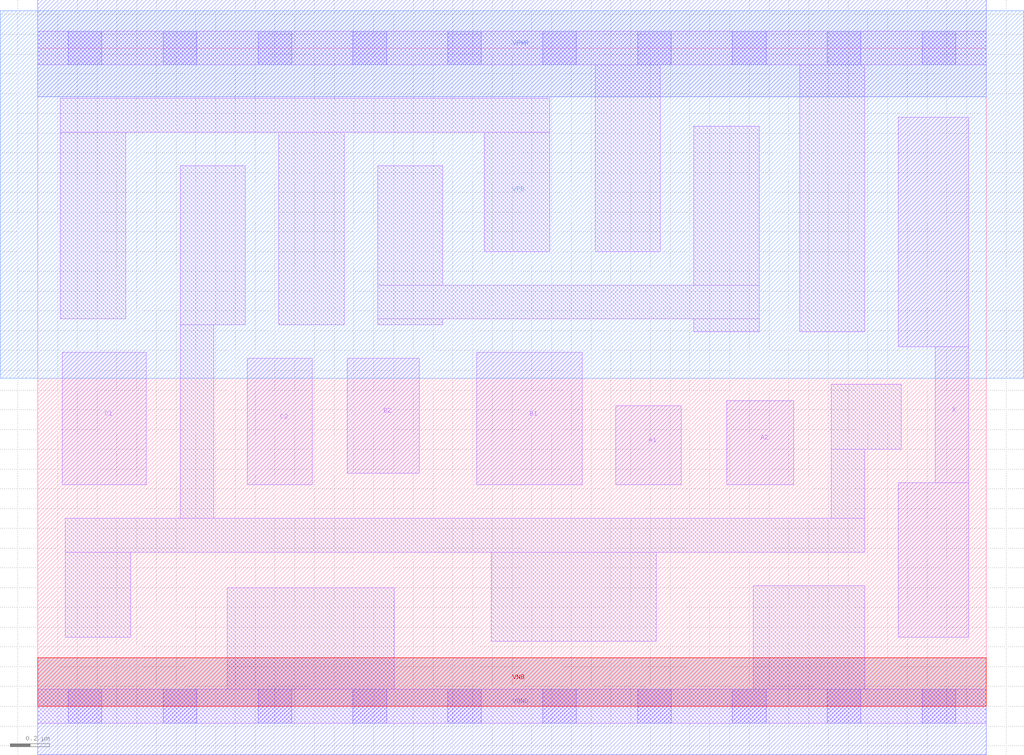
<source format=lef>
# Copyright 2020 The SkyWater PDK Authors
#
# Licensed under the Apache License, Version 2.0 (the "License");
# you may not use this file except in compliance with the License.
# You may obtain a copy of the License at
#
#     https://www.apache.org/licenses/LICENSE-2.0
#
# Unless required by applicable law or agreed to in writing, software
# distributed under the License is distributed on an "AS IS" BASIS,
# WITHOUT WARRANTIES OR CONDITIONS OF ANY KIND, either express or implied.
# See the License for the specific language governing permissions and
# limitations under the License.
#
# SPDX-License-Identifier: Apache-2.0

VERSION 5.7 ;
  NOWIREEXTENSIONATPIN ON ;
  DIVIDERCHAR "/" ;
  BUSBITCHARS "[]" ;
MACRO sky130_fd_sc_ms__a222o_1
  CLASS CORE ;
  FOREIGN sky130_fd_sc_ms__a222o_1 ;
  ORIGIN  0.000000  0.000000 ;
  SIZE  4.800000 BY  3.330000 ;
  SYMMETRY X Y ;
  SITE unit ;
  PIN A1
    ANTENNAGATEAREA  0.276000 ;
    DIRECTION INPUT ;
    USE SIGNAL ;
    PORT
      LAYER li1 ;
        RECT 2.925000 1.120000 3.255000 1.520000 ;
    END
  END A1
  PIN A2
    ANTENNAGATEAREA  0.276000 ;
    DIRECTION INPUT ;
    USE SIGNAL ;
    PORT
      LAYER li1 ;
        RECT 3.485000 1.120000 3.825000 1.545000 ;
    END
  END A2
  PIN B1
    ANTENNAGATEAREA  0.276000 ;
    DIRECTION INPUT ;
    USE SIGNAL ;
    PORT
      LAYER li1 ;
        RECT 2.220000 1.120000 2.755000 1.790000 ;
    END
  END B1
  PIN B2
    ANTENNAGATEAREA  0.276000 ;
    DIRECTION INPUT ;
    USE SIGNAL ;
    PORT
      LAYER li1 ;
        RECT 1.565000 1.180000 1.930000 1.760000 ;
    END
  END B2
  PIN C1
    ANTENNAGATEAREA  0.276000 ;
    DIRECTION INPUT ;
    USE SIGNAL ;
    PORT
      LAYER li1 ;
        RECT 0.125000 1.120000 0.550000 1.790000 ;
    END
  END C1
  PIN C2
    ANTENNAGATEAREA  0.276000 ;
    DIRECTION INPUT ;
    USE SIGNAL ;
    PORT
      LAYER li1 ;
        RECT 1.060000 1.120000 1.390000 1.760000 ;
    END
  END C2
  PIN X
    ANTENNADIFFAREA  0.524500 ;
    DIRECTION OUTPUT ;
    USE SIGNAL ;
    PORT
      LAYER li1 ;
        RECT 4.355000 0.350000 4.710000 1.130000 ;
        RECT 4.355000 1.820000 4.710000 2.980000 ;
        RECT 4.540000 1.130000 4.710000 1.820000 ;
    END
  END X
  PIN VGND
    DIRECTION INOUT ;
    USE GROUND ;
    PORT
      LAYER met1 ;
        RECT 0.000000 -0.245000 4.800000 0.245000 ;
    END
  END VGND
  PIN VNB
    DIRECTION INOUT ;
    USE GROUND ;
    PORT
      LAYER pwell ;
        RECT 0.000000 0.000000 4.800000 0.245000 ;
    END
  END VNB
  PIN VPB
    DIRECTION INOUT ;
    USE POWER ;
    PORT
      LAYER nwell ;
        RECT -0.190000 1.660000 4.990000 3.520000 ;
    END
  END VPB
  PIN VPWR
    DIRECTION INOUT ;
    USE POWER ;
    PORT
      LAYER met1 ;
        RECT 0.000000 3.085000 4.800000 3.575000 ;
    END
  END VPWR
  OBS
    LAYER li1 ;
      RECT 0.000000 -0.085000 4.800000 0.085000 ;
      RECT 0.000000  3.245000 4.800000 3.415000 ;
      RECT 0.115000  1.960000 0.445000 2.905000 ;
      RECT 0.115000  2.905000 2.590000 3.075000 ;
      RECT 0.140000  0.350000 0.470000 0.780000 ;
      RECT 0.140000  0.780000 4.185000 0.950000 ;
      RECT 0.720000  0.950000 0.890000 1.930000 ;
      RECT 0.720000  1.930000 1.050000 2.735000 ;
      RECT 0.960000  0.085000 1.805000 0.600000 ;
      RECT 1.220000  1.930000 1.550000 2.905000 ;
      RECT 1.720000  1.930000 2.050000 1.960000 ;
      RECT 1.720000  1.960000 3.650000 2.130000 ;
      RECT 1.720000  2.130000 2.050000 2.735000 ;
      RECT 2.260000  2.300000 2.590000 2.905000 ;
      RECT 2.295000  0.330000 3.130000 0.780000 ;
      RECT 2.820000  2.300000 3.150000 3.245000 ;
      RECT 3.320000  1.895000 3.650000 1.960000 ;
      RECT 3.320000  2.130000 3.650000 2.935000 ;
      RECT 3.620000  0.085000 4.185000 0.610000 ;
      RECT 3.855000  1.895000 4.185000 3.245000 ;
      RECT 4.015000  0.950000 4.185000 1.300000 ;
      RECT 4.015000  1.300000 4.370000 1.630000 ;
    LAYER mcon ;
      RECT 0.155000 -0.085000 0.325000 0.085000 ;
      RECT 0.155000  3.245000 0.325000 3.415000 ;
      RECT 0.635000 -0.085000 0.805000 0.085000 ;
      RECT 0.635000  3.245000 0.805000 3.415000 ;
      RECT 1.115000 -0.085000 1.285000 0.085000 ;
      RECT 1.115000  3.245000 1.285000 3.415000 ;
      RECT 1.595000 -0.085000 1.765000 0.085000 ;
      RECT 1.595000  3.245000 1.765000 3.415000 ;
      RECT 2.075000 -0.085000 2.245000 0.085000 ;
      RECT 2.075000  3.245000 2.245000 3.415000 ;
      RECT 2.555000 -0.085000 2.725000 0.085000 ;
      RECT 2.555000  3.245000 2.725000 3.415000 ;
      RECT 3.035000 -0.085000 3.205000 0.085000 ;
      RECT 3.035000  3.245000 3.205000 3.415000 ;
      RECT 3.515000 -0.085000 3.685000 0.085000 ;
      RECT 3.515000  3.245000 3.685000 3.415000 ;
      RECT 3.995000 -0.085000 4.165000 0.085000 ;
      RECT 3.995000  3.245000 4.165000 3.415000 ;
      RECT 4.475000 -0.085000 4.645000 0.085000 ;
      RECT 4.475000  3.245000 4.645000 3.415000 ;
  END
END sky130_fd_sc_ms__a222o_1
END LIBRARY

</source>
